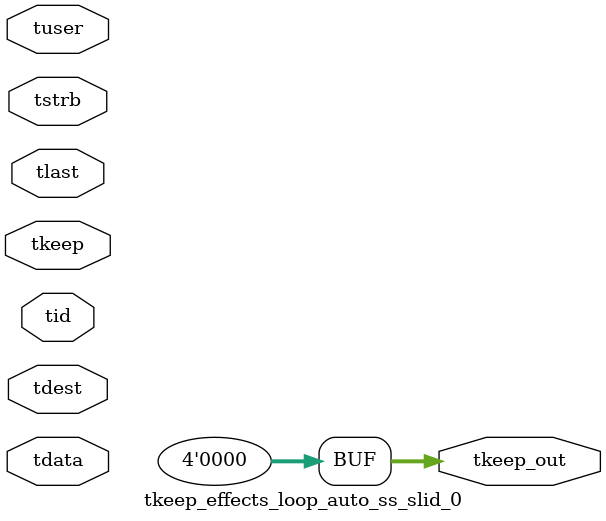
<source format=v>


`timescale 1ps/1ps

module tkeep_effects_loop_auto_ss_slid_0 #
(
parameter C_S_AXIS_TDATA_WIDTH = 32,
parameter C_S_AXIS_TUSER_WIDTH = 0,
parameter C_S_AXIS_TID_WIDTH   = 0,
parameter C_S_AXIS_TDEST_WIDTH = 0,
parameter C_M_AXIS_TDATA_WIDTH = 32
)
(
input  [(C_S_AXIS_TDATA_WIDTH == 0 ? 1 : C_S_AXIS_TDATA_WIDTH)-1:0     ] tdata,
input  [(C_S_AXIS_TUSER_WIDTH == 0 ? 1 : C_S_AXIS_TUSER_WIDTH)-1:0     ] tuser,
input  [(C_S_AXIS_TID_WIDTH   == 0 ? 1 : C_S_AXIS_TID_WIDTH)-1:0       ] tid,
input  [(C_S_AXIS_TDEST_WIDTH == 0 ? 1 : C_S_AXIS_TDEST_WIDTH)-1:0     ] tdest,
input  [(C_S_AXIS_TDATA_WIDTH/8)-1:0 ] tkeep,
input  [(C_S_AXIS_TDATA_WIDTH/8)-1:0 ] tstrb,
input                                                                    tlast,
output [(C_M_AXIS_TDATA_WIDTH/8)-1:0 ] tkeep_out
);

assign tkeep_out = {1'b0};

endmodule


</source>
